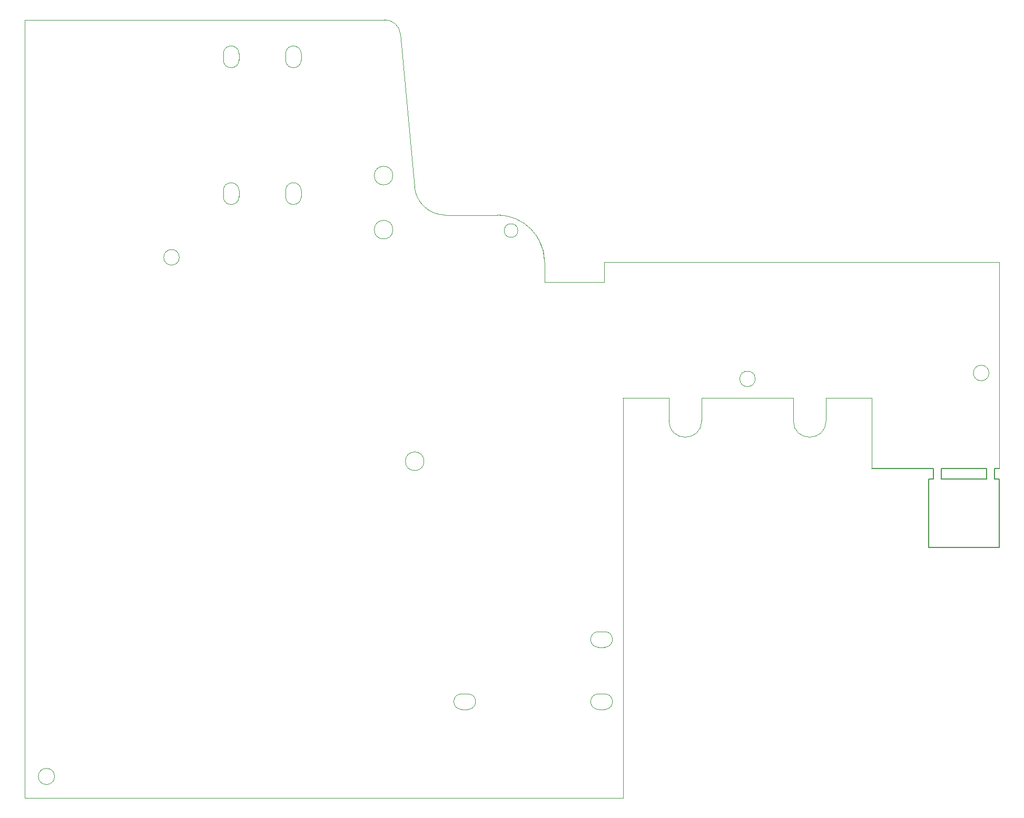
<source format=gm1>
G04 #@! TF.FileFunction,Profile,NP*
%FSLAX46Y46*%
G04 Gerber Fmt 4.6, Leading zero omitted, Abs format (unit mm)*
G04 Created by KiCad (PCBNEW 4.0.7) date 05/01/18 21:21:02*
%MOMM*%
%LPD*%
G01*
G04 APERTURE LIST*
%ADD10C,0.020000*%
%ADD11C,0.150000*%
%ADD12C,0.100000*%
G04 APERTURE END LIST*
D10*
D11*
X226260000Y-114041000D02*
X226260000Y-119341000D01*
X226263200Y-125044200D02*
X226263200Y-124968000D01*
X237667800Y-125044200D02*
X226263200Y-125044200D01*
X237667800Y-114046000D02*
X237667800Y-114071400D01*
X236855000Y-114046000D02*
X237667800Y-114046000D01*
X227076000Y-114046000D02*
X226314000Y-114046000D01*
X228346000Y-114046000D02*
X235585000Y-114046000D01*
X228346000Y-112395000D02*
X235585000Y-112395000D01*
X228346000Y-114046000D02*
X228346000Y-112395000D01*
X235585000Y-112395000D02*
X235585000Y-114046000D01*
X236855000Y-112395000D02*
X236855000Y-114046000D01*
X237617000Y-112395000D02*
X236855000Y-112395000D01*
X226187000Y-112395000D02*
X217170000Y-112395000D01*
X227076000Y-112395000D02*
X227076000Y-114046000D01*
X226187000Y-112395000D02*
X227076000Y-112395000D01*
X237660000Y-125041000D02*
X237660000Y-114041000D01*
X226260000Y-119541000D02*
X226260000Y-125041000D01*
D12*
X237615679Y-79191100D02*
X237615679Y-112391100D01*
D11*
X226260000Y-119341000D02*
X226260000Y-119541000D01*
D12*
X85790203Y-161890900D02*
G75*
G03X85790203Y-161890900I-1300000J0D01*
G01*
X156963299Y-71591100D02*
X148622048Y-71591100D01*
X204222613Y-79190900D02*
X237612939Y-79190900D01*
X184091818Y-79190900D02*
X174091176Y-79190900D01*
X164560559Y-79190900D02*
X164560559Y-82390900D01*
X164560559Y-82390900D02*
X174091176Y-82390900D01*
X174091176Y-79190900D02*
X174091176Y-82390900D01*
X204222613Y-79190900D02*
X184091818Y-79190900D01*
X160260559Y-74090900D02*
G75*
G03X160260559Y-74090900I-1100000J0D01*
G01*
X112920706Y-67648727D02*
X112920706Y-68648727D01*
X204415679Y-79191100D02*
X237615679Y-79191100D01*
X115420706Y-67648727D02*
G75*
G03X112920706Y-67648727I-1250000J0D01*
G01*
X115420706Y-68648727D02*
X115420706Y-67648727D01*
X235980938Y-96995147D02*
G75*
G03X235980938Y-96995147I-1250000J0D01*
G01*
X112920706Y-45648727D02*
X112920706Y-46648727D01*
X184535681Y-104691100D02*
G75*
G03X189795681Y-104691100I2630000J0D01*
G01*
X115420706Y-45648727D02*
G75*
G03X112920706Y-45648727I-1250000J0D01*
G01*
X204535681Y-104691100D02*
G75*
G03X209795681Y-104691100I2630000J0D01*
G01*
X189795681Y-100991100D02*
X204535681Y-100991100D01*
X122925841Y-46648727D02*
G75*
G03X125425841Y-46648727I1250000J0D01*
G01*
X184535681Y-101491100D02*
X184535681Y-100991100D01*
X122925841Y-45648727D02*
X122925841Y-46648727D01*
X140176400Y-65241100D02*
G75*
G03X140176400Y-65241100I-1500000J0D01*
G01*
X177165681Y-165391100D02*
X80990403Y-165391100D01*
X125425841Y-45648727D02*
G75*
G03X122925841Y-45648727I-1250000J0D01*
G01*
X217165681Y-108118480D02*
X217165681Y-101491100D01*
X217165681Y-112391100D02*
X217165681Y-100991100D01*
X125425841Y-46648727D02*
X125425841Y-45648727D01*
X204535681Y-101491100D02*
X204535681Y-100991100D01*
X177165681Y-100991100D02*
X177165681Y-165391100D01*
X221915679Y-112391100D02*
X217165681Y-112391100D01*
X152212421Y-148608907D02*
X151212421Y-148608907D01*
X184035681Y-100991100D02*
X177115681Y-100991100D01*
X152212421Y-151108907D02*
X151212421Y-151108907D01*
X80990403Y-40191100D02*
X80990403Y-165391100D01*
X177615681Y-100991100D02*
X184535681Y-100991100D01*
X151212421Y-148608907D02*
G75*
G03X151212421Y-151108907I0J-1250000D01*
G01*
X189795681Y-101491100D02*
X189795681Y-100991100D01*
X173212421Y-138603771D02*
X174212421Y-138603771D01*
X115420706Y-46648727D02*
X115420706Y-45648727D01*
X204535681Y-101491100D02*
X204535681Y-104691100D01*
X173212421Y-141103771D02*
X174212421Y-141103771D01*
X122925841Y-67648727D02*
X122925841Y-68648727D01*
X173212421Y-148608907D02*
X174212421Y-148608907D01*
X122925841Y-68648727D02*
G75*
G03X125425841Y-68648727I1250000J0D01*
G01*
X173212421Y-151108907D02*
X174212421Y-151108907D01*
X143643312Y-67051739D02*
G75*
G03X148622048Y-71591100I4978736J460639D01*
G01*
X158963299Y-71858979D02*
G75*
G03X156963299Y-71591100I-2000000J-7332121D01*
G01*
X204415679Y-79191100D02*
X184284885Y-79191100D01*
X152212421Y-151108907D02*
G75*
G03X152212421Y-148608907I0J1250000D01*
G01*
X209795681Y-100991100D02*
X209795681Y-104691100D01*
X105840403Y-78391100D02*
G75*
G03X105840403Y-78391100I-1250000J0D01*
G01*
X173212421Y-138603771D02*
G75*
G03X173212421Y-141103771I0J-1250000D01*
G01*
X140176400Y-73941100D02*
G75*
G03X140176400Y-73941100I-1500000J0D01*
G01*
X217165681Y-100991100D02*
X209795681Y-100991100D01*
X164563299Y-79191100D02*
G75*
G03X156963299Y-71591100I-7600000J0D01*
G01*
X204035681Y-100991100D02*
X197665681Y-100991100D01*
X141368126Y-42460781D02*
G75*
G03X138878758Y-40191100I-2489368J-230319D01*
G01*
X164563299Y-79191100D02*
G75*
G03X163616313Y-75517218I-7600000J0D01*
G01*
X198415681Y-97941100D02*
G75*
G03X198415681Y-97941100I-1250000J0D01*
G01*
X143643312Y-67051739D02*
X141368126Y-42460781D01*
X138878758Y-40191100D02*
X80990403Y-40191100D01*
X184535681Y-101491100D02*
X184535681Y-104691100D01*
X174212421Y-141103771D02*
G75*
G03X174212421Y-138603771I0J1250000D01*
G01*
X189795681Y-101491100D02*
X189795681Y-104691100D01*
X145176400Y-111191100D02*
G75*
G03X145176400Y-111191100I-1500000J0D01*
G01*
X173212421Y-148608907D02*
G75*
G03X173212421Y-151108907I0J-1250000D01*
G01*
X174212421Y-151108907D02*
G75*
G03X174212421Y-148608907I0J1250000D01*
G01*
X112920706Y-46648727D02*
G75*
G03X115420706Y-46648727I1250000J0D01*
G01*
X112920706Y-68648727D02*
G75*
G03X115420706Y-68648727I1250000J0D01*
G01*
X125425841Y-67648727D02*
G75*
G03X122925841Y-67648727I-1250000J0D01*
G01*
X125425841Y-68648727D02*
X125425841Y-67648727D01*
M02*

</source>
